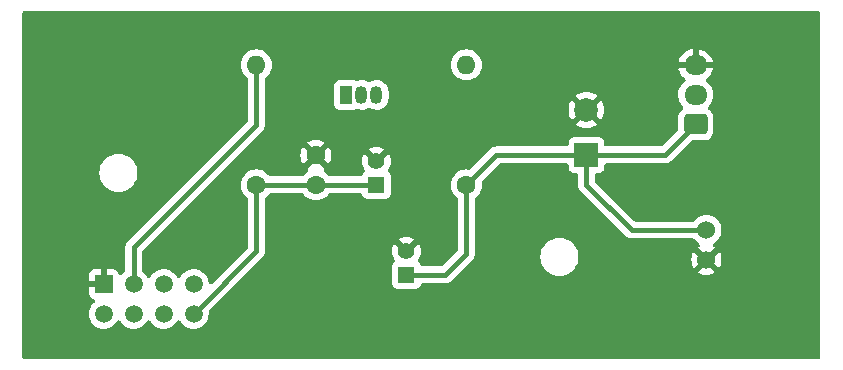
<source format=gbr>
%TF.GenerationSoftware,KiCad,Pcbnew,6.0.6-3a73a75311~116~ubuntu20.04.1*%
%TF.CreationDate,2022-07-22T14:07:00-05:00*%
%TF.ProjectId,esp_ha_integrator,6573705f-6861-45f6-996e-746567726174,rev?*%
%TF.SameCoordinates,PX6a95280PY6350ce0*%
%TF.FileFunction,Copper,L2,Bot*%
%TF.FilePolarity,Positive*%
%FSLAX46Y46*%
G04 Gerber Fmt 4.6, Leading zero omitted, Abs format (unit mm)*
G04 Created by KiCad (PCBNEW 6.0.6-3a73a75311~116~ubuntu20.04.1) date 2022-07-22 14:07:00*
%MOMM*%
%LPD*%
G01*
G04 APERTURE LIST*
G04 Aperture macros list*
%AMRoundRect*
0 Rectangle with rounded corners*
0 $1 Rounding radius*
0 $2 $3 $4 $5 $6 $7 $8 $9 X,Y pos of 4 corners*
0 Add a 4 corners polygon primitive as box body*
4,1,4,$2,$3,$4,$5,$6,$7,$8,$9,$2,$3,0*
0 Add four circle primitives for the rounded corners*
1,1,$1+$1,$2,$3*
1,1,$1+$1,$4,$5*
1,1,$1+$1,$6,$7*
1,1,$1+$1,$8,$9*
0 Add four rect primitives between the rounded corners*
20,1,$1+$1,$2,$3,$4,$5,0*
20,1,$1+$1,$4,$5,$6,$7,0*
20,1,$1+$1,$6,$7,$8,$9,0*
20,1,$1+$1,$8,$9,$2,$3,0*%
G04 Aperture macros list end*
%TA.AperFunction,ComponentPad*%
%ADD10R,1.500000X1.500000*%
%TD*%
%TA.AperFunction,ComponentPad*%
%ADD11C,1.500000*%
%TD*%
%TA.AperFunction,ComponentPad*%
%ADD12RoundRect,0.250000X0.725000X-0.600000X0.725000X0.600000X-0.725000X0.600000X-0.725000X-0.600000X0*%
%TD*%
%TA.AperFunction,ComponentPad*%
%ADD13O,1.950000X1.700000*%
%TD*%
%TA.AperFunction,ComponentPad*%
%ADD14C,1.524000*%
%TD*%
%TA.AperFunction,ComponentPad*%
%ADD15R,1.050000X1.500000*%
%TD*%
%TA.AperFunction,ComponentPad*%
%ADD16O,1.050000X1.500000*%
%TD*%
%TA.AperFunction,ComponentPad*%
%ADD17C,1.600000*%
%TD*%
%TA.AperFunction,ComponentPad*%
%ADD18O,1.600000X1.600000*%
%TD*%
%TA.AperFunction,ComponentPad*%
%ADD19R,1.400000X1.400000*%
%TD*%
%TA.AperFunction,ComponentPad*%
%ADD20C,1.400000*%
%TD*%
%TA.AperFunction,ComponentPad*%
%ADD21R,2.000000X2.000000*%
%TD*%
%TA.AperFunction,ComponentPad*%
%ADD22C,2.000000*%
%TD*%
%TA.AperFunction,Conductor*%
%ADD23C,0.400000*%
%TD*%
G04 APERTURE END LIST*
D10*
%TO.P,U1,1,GND*%
%TO.N,GND*%
X7395000Y6840000D03*
D11*
%TO.P,U1,2,IO2*%
%TO.N,DataLow*%
X9935000Y6840000D03*
%TO.P,U1,3,IO0*%
%TO.N,unconnected-(U1-Pad3)*%
X12475000Y6840000D03*
%TO.P,U1,4,RXD*%
%TO.N,unconnected-(U1-Pad4)*%
X15015000Y6840000D03*
%TO.P,U1,5,TXD*%
%TO.N,unconnected-(U1-Pad5)*%
X7395000Y4300000D03*
%TO.P,U1,6,EN*%
%TO.N,unconnected-(U1-Pad6)*%
X9935000Y4300000D03*
%TO.P,U1,7,~{RST}*%
%TO.N,unconnected-(U1-Pad7)*%
X12475000Y4300000D03*
%TO.P,U1,8,VCC*%
%TO.N,+3V3*%
X15015000Y4300000D03*
%TD*%
D12*
%TO.P,J2,1,Pin_1*%
%TO.N,+5V*%
X57510000Y20360000D03*
D13*
%TO.P,J2,2,Pin_2*%
%TO.N,DataHigh*%
X57510000Y22860000D03*
%TO.P,J2,3,Pin_3*%
%TO.N,GND*%
X57510000Y25360000D03*
%TD*%
D14*
%TO.P,J1,1,Pin_1*%
%TO.N,GND*%
X58420000Y8900000D03*
%TO.P,J1,2,Pin_2*%
%TO.N,+5V*%
X58420000Y11420000D03*
%TD*%
D15*
%TO.P,Q1,1,S*%
%TO.N,DataLow*%
X27940000Y22860000D03*
D16*
%TO.P,Q1,2,G*%
%TO.N,+3V3*%
X29210000Y22860000D03*
%TO.P,Q1,3,D*%
%TO.N,DataHigh*%
X30480000Y22860000D03*
%TD*%
D17*
%TO.P,R2,1*%
%TO.N,+5V*%
X38100000Y15240000D03*
D18*
%TO.P,R2,2*%
%TO.N,DataHigh*%
X38100000Y25400000D03*
%TD*%
D19*
%TO.P,C3,1*%
%TO.N,+5V*%
X33020000Y7620000D03*
D20*
%TO.P,C3,2*%
%TO.N,GND*%
X33020000Y9620000D03*
%TD*%
D17*
%TO.P,C1,1*%
%TO.N,+3V3*%
X25360000Y15240000D03*
%TO.P,C1,2*%
%TO.N,GND*%
X25360000Y17740000D03*
%TD*%
D19*
%TO.P,C2,1*%
%TO.N,+3V3*%
X30480000Y15240000D03*
D20*
%TO.P,C2,2*%
%TO.N,GND*%
X30480000Y17240000D03*
%TD*%
D21*
%TO.P,C4,1*%
%TO.N,+5V*%
X48260000Y17780000D03*
D22*
%TO.P,C4,2*%
%TO.N,GND*%
X48260000Y21580000D03*
%TD*%
D17*
%TO.P,R1,1*%
%TO.N,+3V3*%
X20320000Y15240000D03*
D18*
%TO.P,R1,2*%
%TO.N,DataLow*%
X20320000Y25400000D03*
%TD*%
D23*
%TO.N,+3V3*%
X20320000Y15240000D02*
X25360000Y15240000D01*
X30480000Y15240000D02*
X25360000Y15240000D01*
%TO.N,+5V*%
X48260000Y17780000D02*
X40640000Y17780000D01*
X40640000Y17780000D02*
X38100000Y15240000D01*
X48260000Y17780000D02*
X48260000Y15240000D01*
X48260000Y15240000D02*
X52080000Y11420000D01*
X52080000Y11420000D02*
X58420000Y11420000D01*
%TO.N,+3V3*%
X15015000Y4300000D02*
X20320000Y9605000D01*
X20320000Y9605000D02*
X20320000Y15240000D01*
%TO.N,+5V*%
X38100000Y15240000D02*
X38100000Y9398000D01*
X38100000Y9398000D02*
X36322000Y7620000D01*
X36322000Y7620000D02*
X33020000Y7620000D01*
X57510000Y20360000D02*
X54930000Y17780000D01*
X54930000Y17780000D02*
X48260000Y17780000D01*
%TO.N,DataLow*%
X20320000Y20320000D02*
X9935000Y9935000D01*
X20320000Y25400000D02*
X20320000Y20320000D01*
X9935000Y9935000D02*
X9935000Y6840000D01*
%TD*%
%TA.AperFunction,Conductor*%
%TO.N,GND*%
G36*
X67958843Y29951793D02*
G01*
X68028084Y29896574D01*
X68066511Y29816782D01*
X68071500Y29772500D01*
X68071500Y707500D01*
X68051793Y621157D01*
X67996574Y551916D01*
X67916782Y513489D01*
X67872500Y508500D01*
X707500Y508500D01*
X621157Y528207D01*
X551916Y583426D01*
X513489Y663218D01*
X508500Y707500D01*
X508500Y4300000D01*
X6131693Y4300000D01*
X6150885Y4080629D01*
X6153133Y4072241D01*
X6205631Y3876315D01*
X6205633Y3876309D01*
X6207880Y3867924D01*
X6300944Y3668347D01*
X6427251Y3487962D01*
X6582962Y3332251D01*
X6763346Y3205944D01*
X6962924Y3112880D01*
X6971312Y3110633D01*
X6971313Y3110632D01*
X7021377Y3097217D01*
X7175629Y3055885D01*
X7184274Y3055129D01*
X7184278Y3055128D01*
X7386347Y3037450D01*
X7395000Y3036693D01*
X7403653Y3037450D01*
X7605722Y3055128D01*
X7605726Y3055129D01*
X7614371Y3055885D01*
X7768623Y3097217D01*
X7818687Y3110632D01*
X7818688Y3110633D01*
X7827076Y3112880D01*
X8026654Y3205944D01*
X8207038Y3332251D01*
X8362749Y3487962D01*
X8489056Y3668347D01*
X8492687Y3676134D01*
X8552898Y3741027D01*
X8635339Y3773383D01*
X8723655Y3766765D01*
X8800353Y3722484D01*
X8837307Y3676146D01*
X8840944Y3668347D01*
X8967251Y3487962D01*
X9122962Y3332251D01*
X9303346Y3205944D01*
X9502924Y3112880D01*
X9511312Y3110633D01*
X9511313Y3110632D01*
X9561377Y3097217D01*
X9715629Y3055885D01*
X9724274Y3055129D01*
X9724278Y3055128D01*
X9926347Y3037450D01*
X9935000Y3036693D01*
X9943653Y3037450D01*
X10145722Y3055128D01*
X10145726Y3055129D01*
X10154371Y3055885D01*
X10308623Y3097217D01*
X10358687Y3110632D01*
X10358688Y3110633D01*
X10367076Y3112880D01*
X10566654Y3205944D01*
X10747038Y3332251D01*
X10902749Y3487962D01*
X11029056Y3668347D01*
X11032687Y3676134D01*
X11092898Y3741027D01*
X11175339Y3773383D01*
X11263655Y3766765D01*
X11340353Y3722484D01*
X11377307Y3676146D01*
X11380944Y3668347D01*
X11507251Y3487962D01*
X11662962Y3332251D01*
X11843346Y3205944D01*
X12042924Y3112880D01*
X12051312Y3110633D01*
X12051313Y3110632D01*
X12101377Y3097217D01*
X12255629Y3055885D01*
X12264274Y3055129D01*
X12264278Y3055128D01*
X12466347Y3037450D01*
X12475000Y3036693D01*
X12483653Y3037450D01*
X12685722Y3055128D01*
X12685726Y3055129D01*
X12694371Y3055885D01*
X12848623Y3097217D01*
X12898687Y3110632D01*
X12898688Y3110633D01*
X12907076Y3112880D01*
X13106654Y3205944D01*
X13287038Y3332251D01*
X13442749Y3487962D01*
X13569056Y3668347D01*
X13572687Y3676134D01*
X13632898Y3741027D01*
X13715339Y3773383D01*
X13803655Y3766765D01*
X13880353Y3722484D01*
X13917307Y3676146D01*
X13920944Y3668347D01*
X14047251Y3487962D01*
X14202962Y3332251D01*
X14383346Y3205944D01*
X14582924Y3112880D01*
X14591312Y3110633D01*
X14591313Y3110632D01*
X14641377Y3097217D01*
X14795629Y3055885D01*
X14804274Y3055129D01*
X14804278Y3055128D01*
X15006347Y3037450D01*
X15015000Y3036693D01*
X15023653Y3037450D01*
X15225722Y3055128D01*
X15225726Y3055129D01*
X15234371Y3055885D01*
X15388623Y3097217D01*
X15438687Y3110632D01*
X15438688Y3110633D01*
X15447076Y3112880D01*
X15646654Y3205944D01*
X15827038Y3332251D01*
X15982749Y3487962D01*
X16109056Y3668347D01*
X16202120Y3867924D01*
X16204367Y3876309D01*
X16204369Y3876315D01*
X16256867Y4072241D01*
X16259115Y4080629D01*
X16278307Y4300000D01*
X16265370Y4447872D01*
X16277477Y4535603D01*
X16322899Y4605929D01*
X20798769Y9081799D01*
X20808665Y9091044D01*
X20833517Y9112724D01*
X20850385Y9127439D01*
X20857285Y9137256D01*
X20886028Y9178153D01*
X20892238Y9186515D01*
X20913515Y9213651D01*
X20930476Y9235282D01*
X20935412Y9246215D01*
X20938906Y9251984D01*
X20942090Y9257922D01*
X20948990Y9267739D01*
X20953347Y9278915D01*
X20953350Y9278920D01*
X20971507Y9325490D01*
X20975544Y9335094D01*
X20996107Y9380637D01*
X21001045Y9391573D01*
X21003232Y9403369D01*
X21005245Y9409793D01*
X21006923Y9416329D01*
X21011282Y9427509D01*
X21019373Y9488966D01*
X21021003Y9499254D01*
X21030110Y9548390D01*
X21030110Y9548392D01*
X21032296Y9560186D01*
X21031025Y9582239D01*
X21029346Y9611347D01*
X31808143Y9611347D01*
X31825051Y9418081D01*
X31828056Y9401044D01*
X31878268Y9213651D01*
X31884186Y9197392D01*
X31966176Y9021562D01*
X31974827Y9006578D01*
X32006560Y8961259D01*
X32039942Y8879228D01*
X32034426Y8790836D01*
X31991104Y8713592D01*
X31977608Y8701288D01*
X31968082Y8691762D01*
X31956739Y8683261D01*
X31869385Y8566705D01*
X31818255Y8430316D01*
X31811500Y8368134D01*
X31811500Y6871866D01*
X31812082Y6866511D01*
X31812082Y6866506D01*
X31814119Y6847760D01*
X31818255Y6809684D01*
X31869385Y6673295D01*
X31956739Y6556739D01*
X32073295Y6469385D01*
X32209684Y6418255D01*
X32247760Y6414119D01*
X32266506Y6412082D01*
X32266511Y6412082D01*
X32271866Y6411500D01*
X33768134Y6411500D01*
X33773489Y6412082D01*
X33773494Y6412082D01*
X33792240Y6414119D01*
X33830316Y6418255D01*
X33966705Y6469385D01*
X34083261Y6556739D01*
X34170615Y6673295D01*
X34211500Y6782355D01*
X34260262Y6856285D01*
X34336273Y6901738D01*
X34397837Y6911500D01*
X36290602Y6911500D01*
X36304136Y6911039D01*
X36322414Y6909793D01*
X36359352Y6907275D01*
X36420404Y6917930D01*
X36430710Y6919452D01*
X36492242Y6926898D01*
X36503473Y6931142D01*
X36510036Y6932754D01*
X36516460Y6934694D01*
X36528284Y6936757D01*
X36585048Y6961675D01*
X36594672Y6965602D01*
X36641432Y6983271D01*
X36641438Y6983274D01*
X36652656Y6987513D01*
X36662542Y6994307D01*
X36668516Y6997430D01*
X36674319Y7000862D01*
X36685305Y7005685D01*
X36734479Y7043418D01*
X36742908Y7049542D01*
X36769414Y7067759D01*
X36793981Y7084643D01*
X36834038Y7129602D01*
X36841905Y7137935D01*
X38578769Y8874799D01*
X38588665Y8884044D01*
X38621342Y8912550D01*
X38621343Y8912551D01*
X38630385Y8920439D01*
X38666021Y8971144D01*
X38672224Y8979496D01*
X38703071Y9018836D01*
X38703074Y9018840D01*
X38710477Y9028282D01*
X38715414Y9039216D01*
X38718905Y9044980D01*
X38722092Y9050924D01*
X38728990Y9060739D01*
X38751507Y9118490D01*
X38755543Y9128092D01*
X38762726Y9144000D01*
X44360526Y9144000D01*
X44380391Y8891597D01*
X44382216Y8883996D01*
X44382216Y8883995D01*
X44433131Y8671918D01*
X44439495Y8645409D01*
X44536384Y8411498D01*
X44668672Y8195624D01*
X44673748Y8189681D01*
X44673750Y8189678D01*
X44763910Y8084115D01*
X44833102Y8003102D01*
X44839044Y7998027D01*
X45014932Y7847804D01*
X45025624Y7838672D01*
X45241498Y7706384D01*
X45475409Y7609495D01*
X45483008Y7607671D01*
X45483013Y7607669D01*
X45713995Y7552216D01*
X45721597Y7550391D01*
X45809330Y7543486D01*
X45906909Y7535806D01*
X45906917Y7535806D01*
X45910801Y7535500D01*
X46037199Y7535500D01*
X46041083Y7535806D01*
X46041091Y7535806D01*
X46138670Y7543486D01*
X46226403Y7550391D01*
X46234005Y7552216D01*
X46464987Y7607669D01*
X46464992Y7607671D01*
X46472591Y7609495D01*
X46706502Y7706384D01*
X46922376Y7838672D01*
X46923817Y7839903D01*
X57725110Y7839903D01*
X57735707Y7828763D01*
X57775456Y7800931D01*
X57790452Y7792274D01*
X57976096Y7705706D01*
X57992372Y7699782D01*
X58190233Y7646765D01*
X58207276Y7643760D01*
X58411347Y7625906D01*
X58428653Y7625906D01*
X58632724Y7643760D01*
X58649767Y7646765D01*
X58847628Y7699782D01*
X58863904Y7705706D01*
X59049548Y7792274D01*
X59064544Y7800931D01*
X59102238Y7827325D01*
X59115026Y7841456D01*
X59106524Y7854266D01*
X58435855Y8524935D01*
X58419380Y8535287D01*
X58411869Y8532659D01*
X57735250Y7856040D01*
X57725110Y7839903D01*
X46923817Y7839903D01*
X46933069Y7847804D01*
X47108956Y7998027D01*
X47114898Y8003102D01*
X47184090Y8084115D01*
X47274250Y8189678D01*
X47274252Y8189681D01*
X47279328Y8195624D01*
X47411616Y8411498D01*
X47508505Y8645409D01*
X47514870Y8671918D01*
X47565784Y8883995D01*
X47565784Y8883996D01*
X47567549Y8891347D01*
X57145906Y8891347D01*
X57163760Y8687276D01*
X57166765Y8670233D01*
X57219784Y8472363D01*
X57225701Y8456106D01*
X57312278Y8270444D01*
X57320926Y8255464D01*
X57347325Y8217761D01*
X57361455Y8204975D01*
X57374269Y8213479D01*
X58044935Y8884145D01*
X58054508Y8899380D01*
X58784713Y8899380D01*
X58787341Y8891869D01*
X59463960Y8215250D01*
X59480097Y8205110D01*
X59491236Y8215706D01*
X59519074Y8255464D01*
X59527722Y8270444D01*
X59614299Y8456106D01*
X59620216Y8472363D01*
X59673235Y8670233D01*
X59676240Y8687276D01*
X59694094Y8891347D01*
X59694094Y8908653D01*
X59676240Y9112724D01*
X59673235Y9129767D01*
X59620216Y9327637D01*
X59614299Y9343894D01*
X59527722Y9529556D01*
X59519074Y9544536D01*
X59492675Y9582239D01*
X59478545Y9595025D01*
X59465731Y9586521D01*
X58795065Y8915855D01*
X58784713Y8899380D01*
X58054508Y8899380D01*
X58055287Y8900620D01*
X58052659Y8908131D01*
X57376040Y9584750D01*
X57359903Y9594890D01*
X57348764Y9584294D01*
X57320926Y9544536D01*
X57312278Y9529556D01*
X57225701Y9343894D01*
X57219784Y9327637D01*
X57166765Y9129767D01*
X57163760Y9112724D01*
X57145906Y8908653D01*
X57145906Y8891347D01*
X47567549Y8891347D01*
X47567609Y8891597D01*
X47587474Y9144000D01*
X47567609Y9396403D01*
X47564339Y9410023D01*
X47510331Y9634987D01*
X47510329Y9634992D01*
X47508505Y9642591D01*
X47411616Y9876502D01*
X47279328Y10092376D01*
X47222116Y10159363D01*
X47119973Y10278956D01*
X47114898Y10284898D01*
X46976919Y10402744D01*
X46928322Y10444250D01*
X46928319Y10444252D01*
X46922376Y10449328D01*
X46706502Y10581616D01*
X46472591Y10678505D01*
X46464992Y10680329D01*
X46464987Y10680331D01*
X46234005Y10735784D01*
X46234004Y10735784D01*
X46226403Y10737609D01*
X46138670Y10744514D01*
X46041091Y10752194D01*
X46041083Y10752194D01*
X46037199Y10752500D01*
X45910801Y10752500D01*
X45906917Y10752194D01*
X45906909Y10752194D01*
X45809330Y10744514D01*
X45721597Y10737609D01*
X45713996Y10735784D01*
X45713995Y10735784D01*
X45483013Y10680331D01*
X45483008Y10680329D01*
X45475409Y10678505D01*
X45241498Y10581616D01*
X45025624Y10449328D01*
X45019681Y10444252D01*
X45019678Y10444250D01*
X44971081Y10402744D01*
X44833102Y10284898D01*
X44828027Y10278956D01*
X44725885Y10159363D01*
X44668672Y10092376D01*
X44536384Y9876502D01*
X44439495Y9642591D01*
X44437671Y9634992D01*
X44437669Y9634987D01*
X44383661Y9410023D01*
X44380391Y9396403D01*
X44360526Y9144000D01*
X38762726Y9144000D01*
X38781045Y9184573D01*
X38783231Y9196366D01*
X38785245Y9202792D01*
X38786924Y9209331D01*
X38791282Y9220509D01*
X38792847Y9232395D01*
X38792848Y9232400D01*
X38798464Y9275065D01*
X38799372Y9281964D01*
X38801002Y9292250D01*
X38810110Y9341391D01*
X38810110Y9341394D01*
X38812296Y9353187D01*
X38810714Y9380637D01*
X38808830Y9413300D01*
X38808500Y9424755D01*
X38808500Y14035121D01*
X38828207Y14121464D01*
X38883426Y14190705D01*
X38893358Y14198132D01*
X38900848Y14203377D01*
X38944300Y14233802D01*
X39106198Y14395700D01*
X39237523Y14583251D01*
X39334284Y14790757D01*
X39369067Y14920568D01*
X39391295Y15003522D01*
X39391296Y15003526D01*
X39393543Y15011913D01*
X39413498Y15240000D01*
X39396523Y15434025D01*
X39408630Y15521756D01*
X39454052Y15592082D01*
X40875185Y17013214D01*
X40950174Y17060333D01*
X41015899Y17071500D01*
X46552500Y17071500D01*
X46638843Y17051793D01*
X46708084Y16996574D01*
X46746511Y16916782D01*
X46751500Y16872500D01*
X46751500Y16731866D01*
X46758255Y16669684D01*
X46809385Y16533295D01*
X46896739Y16416739D01*
X47013295Y16329385D01*
X47149684Y16278255D01*
X47187760Y16274119D01*
X47206506Y16272082D01*
X47206511Y16272082D01*
X47211866Y16271500D01*
X47352500Y16271500D01*
X47438843Y16251793D01*
X47508084Y16196574D01*
X47546511Y16116782D01*
X47551500Y16072500D01*
X47551500Y15271398D01*
X47551039Y15257864D01*
X47547275Y15202648D01*
X47549337Y15190834D01*
X47557930Y15141597D01*
X47559452Y15131290D01*
X47566898Y15069758D01*
X47571142Y15058527D01*
X47572754Y15051964D01*
X47574694Y15045540D01*
X47576757Y15033716D01*
X47601675Y14976952D01*
X47605602Y14967328D01*
X47623271Y14920568D01*
X47623274Y14920562D01*
X47627513Y14909344D01*
X47634307Y14899458D01*
X47637430Y14893484D01*
X47640862Y14887681D01*
X47645685Y14876695D01*
X47652988Y14867178D01*
X47683418Y14827521D01*
X47689542Y14819092D01*
X47724643Y14768019D01*
X47733601Y14760038D01*
X47769602Y14727962D01*
X47777935Y14720095D01*
X51556799Y10941231D01*
X51566044Y10931335D01*
X51602439Y10889615D01*
X51653144Y10853979D01*
X51661496Y10847776D01*
X51700836Y10816929D01*
X51700840Y10816926D01*
X51710282Y10809523D01*
X51721216Y10804586D01*
X51726980Y10801095D01*
X51732924Y10797908D01*
X51742739Y10791010D01*
X51753914Y10786653D01*
X51753916Y10786652D01*
X51800489Y10768494D01*
X51810091Y10764458D01*
X51866573Y10738955D01*
X51878366Y10736769D01*
X51884792Y10734755D01*
X51891331Y10733076D01*
X51902509Y10728718D01*
X51914395Y10727153D01*
X51914400Y10727152D01*
X51948989Y10722599D01*
X51963964Y10720628D01*
X51974250Y10718998D01*
X52023391Y10709890D01*
X52023394Y10709890D01*
X52035187Y10707704D01*
X52047157Y10708394D01*
X52047160Y10708394D01*
X52095294Y10711170D01*
X52106750Y10711500D01*
X57261510Y10711500D01*
X57347853Y10691793D01*
X57417094Y10636574D01*
X57424520Y10626643D01*
X57429562Y10619443D01*
X57443023Y10600219D01*
X57600219Y10443023D01*
X57716150Y10361847D01*
X57772049Y10322706D01*
X57831473Y10257039D01*
X57856521Y10172091D01*
X57842230Y10084688D01*
X57791432Y10012141D01*
X57772048Y9996683D01*
X57737763Y9972676D01*
X57724975Y9958545D01*
X57733479Y9945731D01*
X58404145Y9275065D01*
X58420620Y9264713D01*
X58428131Y9267341D01*
X59104750Y9943960D01*
X59114890Y9960097D01*
X59104292Y9971238D01*
X59067951Y9996684D01*
X59008527Y10062351D01*
X58983479Y10147299D01*
X58997770Y10234701D01*
X59048568Y10307248D01*
X59067951Y10322706D01*
X59123850Y10361847D01*
X59239781Y10443023D01*
X59396977Y10600219D01*
X59510069Y10761732D01*
X59519502Y10775203D01*
X59519503Y10775204D01*
X59524488Y10782324D01*
X59618440Y10983804D01*
X59675978Y11198537D01*
X59695353Y11420000D01*
X59675978Y11641463D01*
X59618440Y11856196D01*
X59524488Y12057676D01*
X59396977Y12239781D01*
X59239781Y12396977D01*
X59057677Y12524488D01*
X58856196Y12618440D01*
X58847799Y12620690D01*
X58649854Y12673730D01*
X58649850Y12673731D01*
X58641463Y12675978D01*
X58632814Y12676735D01*
X58632812Y12676735D01*
X58428653Y12694596D01*
X58420000Y12695353D01*
X58411347Y12694596D01*
X58207188Y12676735D01*
X58207186Y12676735D01*
X58198537Y12675978D01*
X58190150Y12673731D01*
X58190146Y12673730D01*
X57992201Y12620690D01*
X57983804Y12618440D01*
X57782324Y12524488D01*
X57600219Y12396977D01*
X57443023Y12239781D01*
X57438037Y12232661D01*
X57438035Y12232658D01*
X57424520Y12213357D01*
X57358852Y12153933D01*
X57273904Y12128886D01*
X57261510Y12128500D01*
X52455898Y12128500D01*
X52369555Y12148207D01*
X52315184Y12186786D01*
X49026786Y15475184D01*
X48979667Y15550172D01*
X48968500Y15615898D01*
X48968500Y16072500D01*
X48988207Y16158843D01*
X49043426Y16228084D01*
X49123218Y16266511D01*
X49167500Y16271500D01*
X49308134Y16271500D01*
X49313489Y16272082D01*
X49313494Y16272082D01*
X49332240Y16274119D01*
X49370316Y16278255D01*
X49506705Y16329385D01*
X49623261Y16416739D01*
X49710615Y16533295D01*
X49761745Y16669684D01*
X49768500Y16731866D01*
X49768500Y16872500D01*
X49788207Y16958843D01*
X49843426Y17028084D01*
X49923218Y17066511D01*
X49967500Y17071500D01*
X54898602Y17071500D01*
X54912136Y17071039D01*
X54930414Y17069793D01*
X54967352Y17067275D01*
X55028404Y17077930D01*
X55038710Y17079452D01*
X55100242Y17086898D01*
X55111473Y17091142D01*
X55118036Y17092754D01*
X55124460Y17094694D01*
X55136284Y17096757D01*
X55193048Y17121675D01*
X55202672Y17125602D01*
X55249432Y17143271D01*
X55249438Y17143274D01*
X55260656Y17147513D01*
X55270542Y17154307D01*
X55276516Y17157430D01*
X55282319Y17160862D01*
X55293305Y17165685D01*
X55342479Y17203418D01*
X55350908Y17209542D01*
X55359632Y17215538D01*
X55401981Y17244643D01*
X55442038Y17289602D01*
X55449905Y17297935D01*
X57095184Y18943214D01*
X57170172Y18990333D01*
X57235898Y19001500D01*
X58285400Y19001500D01*
X58338133Y19006971D01*
X58380336Y19011350D01*
X58380339Y19011351D01*
X58391166Y19012474D01*
X58467829Y19038051D01*
X58547977Y19064790D01*
X58547980Y19064792D01*
X58558946Y19068450D01*
X58709348Y19161522D01*
X58834305Y19286697D01*
X58927115Y19437262D01*
X58982797Y19605139D01*
X58993500Y19709600D01*
X58993500Y21010400D01*
X58982526Y21116166D01*
X58926550Y21283946D01*
X58833478Y21434348D01*
X58708303Y21559305D01*
X58643207Y21599431D01*
X58580048Y21661515D01*
X58550080Y21744854D01*
X58559239Y21832942D01*
X58610270Y21912823D01*
X58650033Y21950755D01*
X58656135Y21956576D01*
X58688208Y21999684D01*
X58788721Y22134777D01*
X58788723Y22134780D01*
X58793754Y22141542D01*
X58898240Y22347051D01*
X58966607Y22567227D01*
X58996898Y22795774D01*
X58988249Y23026158D01*
X58940907Y23251791D01*
X58893059Y23372949D01*
X58859321Y23458380D01*
X58859319Y23458384D01*
X58856224Y23466221D01*
X58851852Y23473425D01*
X58851850Y23473430D01*
X58741001Y23656103D01*
X58740998Y23656107D01*
X58736623Y23663317D01*
X58585523Y23837445D01*
X58440509Y23956350D01*
X58386237Y24026334D01*
X58367704Y24112937D01*
X58388583Y24199004D01*
X58444737Y24267489D01*
X58455549Y24275308D01*
X58482019Y24293129D01*
X58495099Y24303645D01*
X58649659Y24451090D01*
X58660793Y24463675D01*
X58788299Y24635050D01*
X58797143Y24649313D01*
X58893959Y24839734D01*
X58900272Y24855282D01*
X58963618Y25059289D01*
X58967223Y25075684D01*
X58968295Y25083774D01*
X58966496Y25103146D01*
X58965425Y25103849D01*
X58953473Y25106000D01*
X56073116Y25106000D01*
X56055265Y25101926D01*
X56055115Y25084924D01*
X56077843Y24976601D01*
X56082670Y24960513D01*
X56161127Y24761847D01*
X56168600Y24746792D01*
X56279407Y24564189D01*
X56289309Y24550609D01*
X56429305Y24389279D01*
X56441345Y24377571D01*
X56579521Y24264273D01*
X56633794Y24194287D01*
X56652326Y24107685D01*
X56631447Y24021618D01*
X56575293Y23953133D01*
X56564482Y23945315D01*
X56530681Y23922559D01*
X56363865Y23763424D01*
X56358831Y23756658D01*
X56281517Y23652744D01*
X56226246Y23578458D01*
X56121760Y23372949D01*
X56053393Y23152773D01*
X56023102Y22924226D01*
X56031751Y22693842D01*
X56079093Y22468209D01*
X56092488Y22434292D01*
X56129910Y22339534D01*
X56163776Y22253779D01*
X56168148Y22246575D01*
X56168150Y22246570D01*
X56231883Y22141542D01*
X56283377Y22056683D01*
X56288908Y22050309D01*
X56420936Y21898160D01*
X56462641Y21820031D01*
X56466316Y21731544D01*
X56431235Y21650225D01*
X56375352Y21598516D01*
X56372133Y21596524D01*
X56310652Y21558478D01*
X56185695Y21433303D01*
X56179631Y21423465D01*
X56179630Y21423464D01*
X56098951Y21292579D01*
X56092885Y21282738D01*
X56089247Y21271768D01*
X56089245Y21271765D01*
X56069641Y21212659D01*
X56037203Y21114861D01*
X56026500Y21010400D01*
X56026500Y19960898D01*
X56006793Y19874555D01*
X55968214Y19820184D01*
X54694816Y18546786D01*
X54619828Y18499667D01*
X54554102Y18488500D01*
X49967500Y18488500D01*
X49881157Y18508207D01*
X49811916Y18563426D01*
X49773489Y18643218D01*
X49768500Y18687500D01*
X49768500Y18828134D01*
X49767216Y18839959D01*
X49765881Y18852240D01*
X49761745Y18890316D01*
X49710615Y19026705D01*
X49623261Y19143261D01*
X49506705Y19230615D01*
X49370316Y19281745D01*
X49332240Y19285881D01*
X49313494Y19287918D01*
X49313489Y19287918D01*
X49308134Y19288500D01*
X47211866Y19288500D01*
X47206511Y19287918D01*
X47206506Y19287918D01*
X47187760Y19285881D01*
X47149684Y19281745D01*
X47013295Y19230615D01*
X46896739Y19143261D01*
X46809385Y19026705D01*
X46758255Y18890316D01*
X46754119Y18852240D01*
X46752785Y18839959D01*
X46751500Y18828134D01*
X46751500Y18687500D01*
X46731793Y18601157D01*
X46676574Y18531916D01*
X46596782Y18493489D01*
X46552500Y18488500D01*
X40671396Y18488500D01*
X40657862Y18488961D01*
X40602647Y18492725D01*
X40541585Y18482068D01*
X40531305Y18480550D01*
X40517350Y18478861D01*
X40481669Y18474544D01*
X40481664Y18474543D01*
X40469758Y18473102D01*
X40458537Y18468861D01*
X40451997Y18467255D01*
X40445537Y18465305D01*
X40433716Y18463242D01*
X40376937Y18438318D01*
X40367353Y18434407D01*
X40309344Y18412487D01*
X40299453Y18405689D01*
X40293487Y18402570D01*
X40287686Y18399140D01*
X40276695Y18394315D01*
X40267176Y18387010D01*
X40267175Y18387010D01*
X40227521Y18356582D01*
X40219092Y18350458D01*
X40168019Y18315357D01*
X40160038Y18306399D01*
X40127962Y18270398D01*
X40120095Y18262065D01*
X38452082Y16594052D01*
X38377094Y16546933D01*
X38294025Y16536523D01*
X38100000Y16553498D01*
X38091347Y16552741D01*
X37880565Y16534300D01*
X37880564Y16534300D01*
X37871913Y16533543D01*
X37863526Y16531296D01*
X37863522Y16531295D01*
X37664636Y16478003D01*
X37650757Y16474284D01*
X37443251Y16377523D01*
X37255700Y16246198D01*
X37093802Y16084300D01*
X36962477Y15896749D01*
X36865716Y15689243D01*
X36863466Y15680846D01*
X36819517Y15516826D01*
X36806457Y15468087D01*
X36786502Y15240000D01*
X36806457Y15011913D01*
X36808704Y15003526D01*
X36808705Y15003522D01*
X36830933Y14920568D01*
X36865716Y14790757D01*
X36962477Y14583251D01*
X37093802Y14395700D01*
X37255700Y14233802D01*
X37299152Y14203377D01*
X37306642Y14198132D01*
X37366066Y14132465D01*
X37391114Y14047517D01*
X37391500Y14035121D01*
X37391500Y9773898D01*
X37371793Y9687555D01*
X37333214Y9633184D01*
X36086816Y8386786D01*
X36011828Y8339667D01*
X35946102Y8328500D01*
X34397837Y8328500D01*
X34311494Y8348207D01*
X34242253Y8403426D01*
X34211500Y8457645D01*
X34182393Y8535287D01*
X34170615Y8566705D01*
X34083261Y8683261D01*
X34071918Y8691762D01*
X34061892Y8701788D01*
X34063741Y8703637D01*
X34019829Y8755432D01*
X33997540Y8841145D01*
X34014647Y8928040D01*
X34033440Y8961259D01*
X34065173Y9006578D01*
X34073824Y9021562D01*
X34155814Y9197392D01*
X34161732Y9213651D01*
X34211944Y9401044D01*
X34214949Y9418081D01*
X34231857Y9611347D01*
X34231857Y9628653D01*
X34214949Y9821919D01*
X34211944Y9838956D01*
X34161732Y10026349D01*
X34155814Y10042608D01*
X34073824Y10218438D01*
X34065174Y10233421D01*
X34048157Y10257723D01*
X34034028Y10270509D01*
X34021217Y10262007D01*
X33160714Y9401504D01*
X33085726Y9354385D01*
X32997719Y9344469D01*
X32914126Y9373720D01*
X32879286Y9401504D01*
X32020557Y10260233D01*
X32004419Y10270373D01*
X31993280Y10259776D01*
X31974826Y10233421D01*
X31966176Y10218438D01*
X31884186Y10042608D01*
X31878268Y10026349D01*
X31828056Y9838956D01*
X31825051Y9821919D01*
X31808143Y9628653D01*
X31808143Y9611347D01*
X21029346Y9611347D01*
X21028830Y9620293D01*
X21028500Y9631749D01*
X21028500Y10634028D01*
X32369491Y10634028D01*
X32377993Y10621217D01*
X33004145Y9995065D01*
X33020620Y9984713D01*
X33028131Y9987341D01*
X33660233Y10619443D01*
X33670373Y10635581D01*
X33659776Y10646720D01*
X33633421Y10665174D01*
X33618438Y10673824D01*
X33442608Y10755814D01*
X33426349Y10761732D01*
X33238956Y10811944D01*
X33221919Y10814949D01*
X33028653Y10831857D01*
X33011347Y10831857D01*
X32818081Y10814949D01*
X32801044Y10811944D01*
X32613651Y10761732D01*
X32597392Y10755814D01*
X32421562Y10673824D01*
X32406579Y10665174D01*
X32382277Y10648157D01*
X32369491Y10634028D01*
X21028500Y10634028D01*
X21028500Y14035121D01*
X21048207Y14121464D01*
X21103426Y14190705D01*
X21113358Y14198132D01*
X21120848Y14203377D01*
X21164300Y14233802D01*
X21326198Y14395700D01*
X21356623Y14439152D01*
X21361868Y14446642D01*
X21427535Y14506066D01*
X21512483Y14531114D01*
X21524879Y14531500D01*
X24155121Y14531500D01*
X24241464Y14511793D01*
X24310705Y14456574D01*
X24318132Y14446642D01*
X24323377Y14439152D01*
X24353802Y14395700D01*
X24515700Y14233802D01*
X24703251Y14102477D01*
X24910757Y14005716D01*
X24919154Y14003466D01*
X25123522Y13948705D01*
X25123526Y13948704D01*
X25131913Y13946457D01*
X25140564Y13945700D01*
X25140565Y13945700D01*
X25351347Y13927259D01*
X25360000Y13926502D01*
X25368653Y13927259D01*
X25579435Y13945700D01*
X25579436Y13945700D01*
X25588087Y13946457D01*
X25596474Y13948704D01*
X25596478Y13948705D01*
X25800846Y14003466D01*
X25809243Y14005716D01*
X26016749Y14102477D01*
X26204300Y14233802D01*
X26366198Y14395700D01*
X26396623Y14439152D01*
X26401868Y14446642D01*
X26467535Y14506066D01*
X26552483Y14531114D01*
X26564879Y14531500D01*
X29102163Y14531500D01*
X29188506Y14511793D01*
X29257747Y14456574D01*
X29288500Y14402355D01*
X29329385Y14293295D01*
X29416739Y14176739D01*
X29533295Y14089385D01*
X29669684Y14038255D01*
X29707760Y14034119D01*
X29726506Y14032082D01*
X29726511Y14032082D01*
X29731866Y14031500D01*
X31228134Y14031500D01*
X31233489Y14032082D01*
X31233494Y14032082D01*
X31252240Y14034119D01*
X31290316Y14038255D01*
X31426705Y14089385D01*
X31543261Y14176739D01*
X31630615Y14293295D01*
X31681745Y14429684D01*
X31688500Y14491866D01*
X31688500Y15988134D01*
X31686808Y16003715D01*
X31683092Y16037913D01*
X31681745Y16050316D01*
X31630615Y16186705D01*
X31543261Y16303261D01*
X31531918Y16311762D01*
X31521892Y16321788D01*
X31523741Y16323637D01*
X31479829Y16375432D01*
X31457540Y16461145D01*
X31474647Y16548040D01*
X31493440Y16581259D01*
X31525173Y16626578D01*
X31533824Y16641562D01*
X31615814Y16817392D01*
X31621732Y16833651D01*
X31671944Y17021044D01*
X31674949Y17038081D01*
X31691857Y17231347D01*
X31691857Y17248653D01*
X31674949Y17441919D01*
X31671944Y17458956D01*
X31621732Y17646349D01*
X31615814Y17662608D01*
X31533824Y17838438D01*
X31525174Y17853421D01*
X31508157Y17877723D01*
X31494028Y17890509D01*
X31481217Y17882007D01*
X30620714Y17021504D01*
X30545726Y16974385D01*
X30457719Y16964469D01*
X30374126Y16993720D01*
X30339286Y17021504D01*
X29480557Y17880233D01*
X29464419Y17890373D01*
X29453280Y17879776D01*
X29434826Y17853421D01*
X29426176Y17838438D01*
X29344186Y17662608D01*
X29338268Y17646349D01*
X29288056Y17458956D01*
X29285051Y17441919D01*
X29268143Y17248653D01*
X29268143Y17231347D01*
X29285051Y17038081D01*
X29288056Y17021044D01*
X29338268Y16833651D01*
X29344186Y16817392D01*
X29426176Y16641562D01*
X29434827Y16626578D01*
X29466560Y16581259D01*
X29499942Y16499228D01*
X29494426Y16410836D01*
X29451104Y16333592D01*
X29437608Y16321288D01*
X29428082Y16311762D01*
X29416739Y16303261D01*
X29329385Y16186705D01*
X29318940Y16158843D01*
X29288500Y16077645D01*
X29239738Y16003715D01*
X29163727Y15958262D01*
X29102163Y15948500D01*
X26564879Y15948500D01*
X26478536Y15968207D01*
X26409295Y16023426D01*
X26401868Y16033358D01*
X26371183Y16077180D01*
X26366198Y16084300D01*
X26204300Y16246198D01*
X26088349Y16327388D01*
X26028925Y16393055D01*
X26003877Y16478003D01*
X26018168Y16565406D01*
X26054938Y16623925D01*
X26082310Y16654172D01*
X26073807Y16666983D01*
X25375855Y17364935D01*
X25359380Y17375287D01*
X25351869Y17372659D01*
X24647966Y16668756D01*
X24637826Y16652618D01*
X24661674Y16627550D01*
X24706907Y16551410D01*
X24714626Y16463184D01*
X24683299Y16380346D01*
X24631636Y16327378D01*
X24522820Y16251184D01*
X24522819Y16251183D01*
X24515700Y16246198D01*
X24353802Y16084300D01*
X24348817Y16077180D01*
X24318132Y16033358D01*
X24252465Y15973934D01*
X24167517Y15948886D01*
X24155121Y15948500D01*
X21524879Y15948500D01*
X21438536Y15968207D01*
X21369295Y16023426D01*
X21361868Y16033358D01*
X21331183Y16077180D01*
X21326198Y16084300D01*
X21164300Y16246198D01*
X20976749Y16377523D01*
X20769243Y16474284D01*
X20755364Y16478003D01*
X20556478Y16531295D01*
X20556474Y16531296D01*
X20548087Y16533543D01*
X20539436Y16534300D01*
X20539435Y16534300D01*
X20328653Y16552741D01*
X20320000Y16553498D01*
X20311347Y16552741D01*
X20100565Y16534300D01*
X20100564Y16534300D01*
X20091913Y16533543D01*
X20083526Y16531296D01*
X20083522Y16531295D01*
X19884636Y16478003D01*
X19870757Y16474284D01*
X19663251Y16377523D01*
X19475700Y16246198D01*
X19313802Y16084300D01*
X19182477Y15896749D01*
X19085716Y15689243D01*
X19083466Y15680846D01*
X19039517Y15516826D01*
X19026457Y15468087D01*
X19006502Y15240000D01*
X19026457Y15011913D01*
X19028704Y15003526D01*
X19028705Y15003522D01*
X19050933Y14920568D01*
X19085716Y14790757D01*
X19182477Y14583251D01*
X19313802Y14395700D01*
X19475700Y14233802D01*
X19519152Y14203377D01*
X19526642Y14198132D01*
X19586066Y14132465D01*
X19611114Y14047517D01*
X19611500Y14035121D01*
X19611500Y9980898D01*
X19591793Y9894555D01*
X19553214Y9840184D01*
X16602172Y6889142D01*
X16527184Y6842023D01*
X16439177Y6832107D01*
X16355584Y6861358D01*
X16292960Y6923982D01*
X16263215Y7012510D01*
X16262091Y7025356D01*
X16259115Y7059371D01*
X16235705Y7146737D01*
X16204369Y7263685D01*
X16204367Y7263691D01*
X16202120Y7272076D01*
X16109056Y7471653D01*
X15982749Y7652038D01*
X15827038Y7807749D01*
X15646654Y7934056D01*
X15447076Y8027120D01*
X15438688Y8029367D01*
X15438687Y8029368D01*
X15379799Y8045147D01*
X15234371Y8084115D01*
X15225726Y8084871D01*
X15225722Y8084872D01*
X15023653Y8102550D01*
X15015000Y8103307D01*
X15006347Y8102550D01*
X14804278Y8084872D01*
X14804274Y8084871D01*
X14795629Y8084115D01*
X14708263Y8060705D01*
X14591315Y8029369D01*
X14591309Y8029367D01*
X14582924Y8027120D01*
X14383347Y7934056D01*
X14202962Y7807749D01*
X14047251Y7652038D01*
X13920944Y7471653D01*
X13917313Y7463866D01*
X13857102Y7398973D01*
X13774661Y7366617D01*
X13686345Y7373235D01*
X13609647Y7417516D01*
X13572693Y7463854D01*
X13569056Y7471653D01*
X13442749Y7652038D01*
X13287038Y7807749D01*
X13106654Y7934056D01*
X12907076Y8027120D01*
X12898688Y8029367D01*
X12898687Y8029368D01*
X12839799Y8045147D01*
X12694371Y8084115D01*
X12685726Y8084871D01*
X12685722Y8084872D01*
X12483653Y8102550D01*
X12475000Y8103307D01*
X12466347Y8102550D01*
X12264278Y8084872D01*
X12264274Y8084871D01*
X12255629Y8084115D01*
X12168263Y8060705D01*
X12051315Y8029369D01*
X12051309Y8029367D01*
X12042924Y8027120D01*
X11843347Y7934056D01*
X11662962Y7807749D01*
X11507251Y7652038D01*
X11380944Y7471653D01*
X11377313Y7463866D01*
X11317102Y7398973D01*
X11234661Y7366617D01*
X11146345Y7373235D01*
X11069647Y7417516D01*
X11032693Y7463854D01*
X11029056Y7471653D01*
X10902749Y7652038D01*
X10747038Y7807749D01*
X10739162Y7813264D01*
X10728356Y7820831D01*
X10668932Y7886500D01*
X10643886Y7971448D01*
X10643500Y7983841D01*
X10643500Y9559102D01*
X10663207Y9645445D01*
X10701786Y9699816D01*
X18733317Y17731347D01*
X24047761Y17731347D01*
X24066194Y17520652D01*
X24069199Y17503610D01*
X24123937Y17299326D01*
X24129861Y17283050D01*
X24219238Y17091382D01*
X24227898Y17076381D01*
X24260041Y17030476D01*
X24274171Y17017690D01*
X24286983Y17026193D01*
X24984935Y17724145D01*
X24994508Y17739380D01*
X25724713Y17739380D01*
X25727341Y17731869D01*
X26431244Y17027966D01*
X26447382Y17017826D01*
X26458521Y17028423D01*
X26492102Y17076381D01*
X26500762Y17091382D01*
X26590139Y17283050D01*
X26596063Y17299326D01*
X26650801Y17503610D01*
X26653806Y17520652D01*
X26672239Y17731347D01*
X26672239Y17748653D01*
X26653806Y17959348D01*
X26650801Y17976390D01*
X26596063Y18180674D01*
X26590139Y18196950D01*
X26563523Y18254028D01*
X29829491Y18254028D01*
X29837993Y18241217D01*
X30464145Y17615065D01*
X30480620Y17604713D01*
X30488131Y17607341D01*
X31120233Y18239443D01*
X31130373Y18255581D01*
X31119776Y18266720D01*
X31093421Y18285174D01*
X31078438Y18293824D01*
X30902608Y18375814D01*
X30886349Y18381732D01*
X30698956Y18431944D01*
X30681919Y18434949D01*
X30488653Y18451857D01*
X30471347Y18451857D01*
X30278081Y18434949D01*
X30261044Y18431944D01*
X30073651Y18381732D01*
X30057392Y18375814D01*
X29881562Y18293824D01*
X29866579Y18285174D01*
X29842277Y18268157D01*
X29829491Y18254028D01*
X26563523Y18254028D01*
X26500762Y18388618D01*
X26492102Y18403619D01*
X26459959Y18449524D01*
X26445829Y18462310D01*
X26433017Y18453807D01*
X25735065Y17755855D01*
X25724713Y17739380D01*
X24994508Y17739380D01*
X24995287Y17740620D01*
X24992659Y17748131D01*
X24288756Y18452034D01*
X24272618Y18462174D01*
X24261479Y18451577D01*
X24227898Y18403619D01*
X24219238Y18388618D01*
X24129861Y18196950D01*
X24123937Y18180674D01*
X24069199Y17976390D01*
X24066194Y17959348D01*
X24047761Y17748653D01*
X24047761Y17731347D01*
X18733317Y17731347D01*
X19827799Y18825829D01*
X24637690Y18825829D01*
X24646193Y18813017D01*
X25344145Y18115065D01*
X25360620Y18104713D01*
X25368131Y18107341D01*
X26072034Y18811244D01*
X26082174Y18827382D01*
X26071577Y18838521D01*
X26023619Y18872102D01*
X26008618Y18880762D01*
X25816950Y18970139D01*
X25800674Y18976063D01*
X25596390Y19030801D01*
X25579348Y19033806D01*
X25368653Y19052239D01*
X25351347Y19052239D01*
X25140652Y19033806D01*
X25123610Y19030801D01*
X24919326Y18976063D01*
X24903050Y18970139D01*
X24711382Y18880762D01*
X24696381Y18872102D01*
X24650476Y18839959D01*
X24637690Y18825829D01*
X19827799Y18825829D01*
X20798769Y19796799D01*
X20808665Y19806044D01*
X20841342Y19834550D01*
X20841343Y19834551D01*
X20850385Y19842439D01*
X20886021Y19893144D01*
X20892224Y19901496D01*
X20923071Y19940836D01*
X20923074Y19940840D01*
X20930477Y19950282D01*
X20935414Y19961216D01*
X20938905Y19966980D01*
X20942092Y19972924D01*
X20948990Y19982739D01*
X20971507Y20040490D01*
X20975543Y20050092D01*
X20991461Y20085347D01*
X21001045Y20106573D01*
X21003231Y20118366D01*
X21005245Y20124792D01*
X21006924Y20131331D01*
X21011282Y20142509D01*
X21012847Y20154395D01*
X21012848Y20154400D01*
X21019371Y20203955D01*
X21021002Y20214250D01*
X21030110Y20263391D01*
X21030110Y20263394D01*
X21032296Y20275187D01*
X21028830Y20335294D01*
X21028500Y20346750D01*
X21028500Y20347850D01*
X47392599Y20347850D01*
X47405708Y20334887D01*
X47566602Y20236290D01*
X47580485Y20229216D01*
X47785343Y20144362D01*
X47800155Y20139549D01*
X48015770Y20087784D01*
X48031156Y20085347D01*
X48252211Y20067950D01*
X48267789Y20067950D01*
X48488844Y20085347D01*
X48504230Y20087784D01*
X48719845Y20139549D01*
X48734657Y20144362D01*
X48939515Y20229216D01*
X48953398Y20236290D01*
X49114774Y20335182D01*
X49127358Y20347487D01*
X49117635Y20363155D01*
X48275855Y21204935D01*
X48259380Y21215287D01*
X48251869Y21212659D01*
X47401963Y20362753D01*
X47392599Y20347850D01*
X21028500Y20347850D01*
X21028500Y21572211D01*
X46747950Y21572211D01*
X46765347Y21351156D01*
X46767784Y21335770D01*
X46819549Y21120155D01*
X46824362Y21105343D01*
X46909216Y20900485D01*
X46916290Y20886602D01*
X47015182Y20725226D01*
X47027487Y20712642D01*
X47043155Y20722365D01*
X47884935Y21564145D01*
X47894508Y21579380D01*
X48624713Y21579380D01*
X48627341Y21571869D01*
X49477247Y20721963D01*
X49492150Y20712599D01*
X49505113Y20725708D01*
X49603710Y20886602D01*
X49610784Y20900485D01*
X49695638Y21105343D01*
X49700451Y21120155D01*
X49752216Y21335770D01*
X49754653Y21351156D01*
X49772050Y21572211D01*
X49772050Y21587789D01*
X49754653Y21808844D01*
X49752216Y21824230D01*
X49700451Y22039845D01*
X49695638Y22054657D01*
X49610784Y22259515D01*
X49603710Y22273398D01*
X49504818Y22434774D01*
X49492513Y22447358D01*
X49476845Y22437635D01*
X48635065Y21595855D01*
X48624713Y21579380D01*
X47894508Y21579380D01*
X47895287Y21580620D01*
X47892659Y21588131D01*
X47042753Y22438037D01*
X47027850Y22447401D01*
X47014887Y22434292D01*
X46916290Y22273398D01*
X46909216Y22259515D01*
X46824362Y22054657D01*
X46819549Y22039845D01*
X46767784Y21824230D01*
X46765347Y21808844D01*
X46747950Y21587789D01*
X46747950Y21572211D01*
X21028500Y21572211D01*
X21028500Y22061866D01*
X26906500Y22061866D01*
X26913255Y21999684D01*
X26964385Y21863295D01*
X27051739Y21746739D01*
X27168295Y21659385D01*
X27304684Y21608255D01*
X27342760Y21604119D01*
X27361506Y21602082D01*
X27361511Y21602082D01*
X27366866Y21601500D01*
X28513134Y21601500D01*
X28518489Y21602082D01*
X28518494Y21602082D01*
X28537240Y21604119D01*
X28575316Y21608255D01*
X28711705Y21659385D01*
X28712775Y21656531D01*
X28776243Y21674544D01*
X28845459Y21665914D01*
X29001180Y21617710D01*
X29149870Y21602082D01*
X29193073Y21597541D01*
X29193074Y21597541D01*
X29202750Y21596524D01*
X29404596Y21614894D01*
X29563000Y21661515D01*
X29589686Y21669369D01*
X29589688Y21669370D01*
X29599029Y21672119D01*
X29753757Y21753008D01*
X29839401Y21775544D01*
X29926346Y21758689D01*
X29940593Y21751705D01*
X30077565Y21677644D01*
X30271180Y21617710D01*
X30419870Y21602082D01*
X30463073Y21597541D01*
X30463074Y21597541D01*
X30472750Y21596524D01*
X30674596Y21614894D01*
X30833000Y21661515D01*
X30859686Y21669369D01*
X30859688Y21669370D01*
X30869029Y21672119D01*
X30991943Y21736376D01*
X31040015Y21761507D01*
X31040018Y21761509D01*
X31048645Y21766019D01*
X31206601Y21893019D01*
X31223219Y21912823D01*
X31258664Y21955065D01*
X31336881Y22048281D01*
X31434523Y22225891D01*
X31495807Y22419084D01*
X31498984Y22447401D01*
X31512880Y22571294D01*
X31513500Y22576817D01*
X31513500Y22812513D01*
X47392642Y22812513D01*
X47402365Y22796845D01*
X48244145Y21955065D01*
X48260620Y21944713D01*
X48268131Y21947341D01*
X49118037Y22797247D01*
X49127401Y22812150D01*
X49114292Y22825113D01*
X48953398Y22923710D01*
X48939515Y22930784D01*
X48734657Y23015638D01*
X48719845Y23020451D01*
X48504230Y23072216D01*
X48488844Y23074653D01*
X48267789Y23092050D01*
X48252211Y23092050D01*
X48031156Y23074653D01*
X48015770Y23072216D01*
X47800155Y23020451D01*
X47785343Y23015638D01*
X47580485Y22930784D01*
X47566602Y22923710D01*
X47405226Y22824818D01*
X47392642Y22812513D01*
X31513500Y22812513D01*
X31513500Y23136004D01*
X31498723Y23286713D01*
X31440142Y23480742D01*
X31384589Y23585223D01*
X31349560Y23651104D01*
X31349557Y23651108D01*
X31344990Y23659698D01*
X31216890Y23816763D01*
X31115259Y23900839D01*
X31068218Y23939755D01*
X31068217Y23939756D01*
X31060722Y23945956D01*
X30882435Y24042356D01*
X30688820Y24102290D01*
X30532367Y24118734D01*
X30496927Y24122459D01*
X30496926Y24122459D01*
X30487250Y24123476D01*
X30285404Y24105106D01*
X30151144Y24065591D01*
X30100314Y24050631D01*
X30100312Y24050630D01*
X30090971Y24047881D01*
X29936243Y23966992D01*
X29850599Y23944456D01*
X29763654Y23961311D01*
X29749407Y23968295D01*
X29612435Y24042356D01*
X29418820Y24102290D01*
X29262367Y24118734D01*
X29226927Y24122459D01*
X29226926Y24122459D01*
X29217250Y24123476D01*
X29015404Y24105106D01*
X28895387Y24069783D01*
X28841584Y24053948D01*
X28753190Y24048475D01*
X28712418Y24062518D01*
X28711705Y24060615D01*
X28575316Y24111745D01*
X28537240Y24115881D01*
X28518494Y24117918D01*
X28518489Y24117918D01*
X28513134Y24118500D01*
X27366866Y24118500D01*
X27361511Y24117918D01*
X27361506Y24117918D01*
X27342760Y24115881D01*
X27304684Y24111745D01*
X27168295Y24060615D01*
X27051739Y23973261D01*
X26964385Y23856705D01*
X26913255Y23720316D01*
X26906500Y23658134D01*
X26906500Y22061866D01*
X21028500Y22061866D01*
X21028500Y24195121D01*
X21048207Y24281464D01*
X21103426Y24350705D01*
X21113358Y24358132D01*
X21120848Y24363377D01*
X21164300Y24393802D01*
X21326198Y24555700D01*
X21457523Y24743251D01*
X21554284Y24950757D01*
X21583365Y25059289D01*
X21611295Y25163522D01*
X21611296Y25163526D01*
X21613543Y25171913D01*
X21633498Y25400000D01*
X36786502Y25400000D01*
X36806457Y25171913D01*
X36808704Y25163526D01*
X36808705Y25163522D01*
X36836635Y25059289D01*
X36865716Y24950757D01*
X36962477Y24743251D01*
X37093802Y24555700D01*
X37255700Y24393802D01*
X37306642Y24358132D01*
X37399476Y24293129D01*
X37443251Y24262477D01*
X37650757Y24165716D01*
X37659154Y24163466D01*
X37863522Y24108705D01*
X37863526Y24108704D01*
X37871913Y24106457D01*
X37880564Y24105700D01*
X37880565Y24105700D01*
X38091347Y24087259D01*
X38100000Y24086502D01*
X38108653Y24087259D01*
X38319435Y24105700D01*
X38319436Y24105700D01*
X38328087Y24106457D01*
X38336474Y24108704D01*
X38336478Y24108705D01*
X38540846Y24163466D01*
X38549243Y24165716D01*
X38756749Y24262477D01*
X38800525Y24293129D01*
X38893358Y24358132D01*
X38944300Y24393802D01*
X39106198Y24555700D01*
X39237523Y24743251D01*
X39334284Y24950757D01*
X39363365Y25059289D01*
X39391295Y25163522D01*
X39391296Y25163526D01*
X39393543Y25171913D01*
X39413498Y25400000D01*
X39393543Y25628087D01*
X39391362Y25636226D01*
X56051705Y25636226D01*
X56053504Y25616854D01*
X56054575Y25616151D01*
X56066527Y25614000D01*
X57233577Y25614000D01*
X57252547Y25618330D01*
X57256000Y25625500D01*
X57256000Y25636423D01*
X57764000Y25636423D01*
X57768330Y25617453D01*
X57775500Y25614000D01*
X58946884Y25614000D01*
X58964735Y25618074D01*
X58964885Y25635076D01*
X58942157Y25743399D01*
X58937330Y25759487D01*
X58858873Y25958153D01*
X58851400Y25973208D01*
X58740593Y26155811D01*
X58730691Y26169391D01*
X58590695Y26330721D01*
X58578655Y26342429D01*
X58413477Y26477867D01*
X58399640Y26487377D01*
X58213997Y26593051D01*
X58198755Y26600094D01*
X57997963Y26672978D01*
X57981753Y26677351D01*
X57786065Y26712737D01*
X57767123Y26711874D01*
X57764000Y26696595D01*
X57764000Y25636423D01*
X57256000Y25636423D01*
X57256000Y26689541D01*
X57251670Y26708511D01*
X57248321Y26710124D01*
X57240645Y26710661D01*
X57163759Y26704137D01*
X57147212Y26701309D01*
X56940451Y26647645D01*
X56924608Y26642066D01*
X56729854Y26554335D01*
X56715181Y26546168D01*
X56537982Y26426872D01*
X56524901Y26416355D01*
X56370341Y26268910D01*
X56359207Y26256325D01*
X56231701Y26084950D01*
X56222857Y26070687D01*
X56126041Y25880266D01*
X56119728Y25864718D01*
X56056382Y25660711D01*
X56052777Y25644316D01*
X56051705Y25636226D01*
X39391362Y25636226D01*
X39389195Y25644316D01*
X39336534Y25840846D01*
X39334284Y25849243D01*
X39237523Y26056749D01*
X39227764Y26070687D01*
X39111183Y26237180D01*
X39106198Y26244300D01*
X38944300Y26406198D01*
X38756749Y26537523D01*
X38549243Y26634284D01*
X38540846Y26636534D01*
X38336478Y26691295D01*
X38336474Y26691296D01*
X38328087Y26693543D01*
X38319436Y26694300D01*
X38319435Y26694300D01*
X38108653Y26712741D01*
X38100000Y26713498D01*
X38091347Y26712741D01*
X37880565Y26694300D01*
X37880564Y26694300D01*
X37871913Y26693543D01*
X37863526Y26691296D01*
X37863522Y26691295D01*
X37659154Y26636534D01*
X37650757Y26634284D01*
X37443251Y26537523D01*
X37255700Y26406198D01*
X37093802Y26244300D01*
X37088817Y26237180D01*
X36972237Y26070687D01*
X36962477Y26056749D01*
X36865716Y25849243D01*
X36863466Y25840846D01*
X36810806Y25644316D01*
X36806457Y25628087D01*
X36786502Y25400000D01*
X21633498Y25400000D01*
X21613543Y25628087D01*
X21609195Y25644316D01*
X21556534Y25840846D01*
X21554284Y25849243D01*
X21457523Y26056749D01*
X21447764Y26070687D01*
X21331183Y26237180D01*
X21326198Y26244300D01*
X21164300Y26406198D01*
X20976749Y26537523D01*
X20769243Y26634284D01*
X20760846Y26636534D01*
X20556478Y26691295D01*
X20556474Y26691296D01*
X20548087Y26693543D01*
X20539436Y26694300D01*
X20539435Y26694300D01*
X20328653Y26712741D01*
X20320000Y26713498D01*
X20311347Y26712741D01*
X20100565Y26694300D01*
X20100564Y26694300D01*
X20091913Y26693543D01*
X20083526Y26691296D01*
X20083522Y26691295D01*
X19879154Y26636534D01*
X19870757Y26634284D01*
X19663251Y26537523D01*
X19475700Y26406198D01*
X19313802Y26244300D01*
X19308817Y26237180D01*
X19192237Y26070687D01*
X19182477Y26056749D01*
X19085716Y25849243D01*
X19083466Y25840846D01*
X19030806Y25644316D01*
X19026457Y25628087D01*
X19006502Y25400000D01*
X19026457Y25171913D01*
X19028704Y25163526D01*
X19028705Y25163522D01*
X19056635Y25059289D01*
X19085716Y24950757D01*
X19182477Y24743251D01*
X19313802Y24555700D01*
X19475700Y24393802D01*
X19519152Y24363377D01*
X19526642Y24358132D01*
X19586066Y24292465D01*
X19611114Y24207517D01*
X19611500Y24195121D01*
X19611500Y20695898D01*
X19591793Y20609555D01*
X19553214Y20555184D01*
X9456231Y10458201D01*
X9446335Y10448956D01*
X9439534Y10443023D01*
X9404615Y10412561D01*
X9397717Y10402746D01*
X9397715Y10402744D01*
X9368972Y10361847D01*
X9362762Y10353485D01*
X9324524Y10304718D01*
X9319588Y10293785D01*
X9316094Y10288016D01*
X9312910Y10282078D01*
X9306010Y10272261D01*
X9301653Y10261085D01*
X9301650Y10261080D01*
X9283493Y10214510D01*
X9279456Y10204906D01*
X9264640Y10172091D01*
X9253955Y10148427D01*
X9251768Y10136631D01*
X9249755Y10130207D01*
X9248077Y10123671D01*
X9243718Y10112491D01*
X9242153Y10100602D01*
X9242152Y10100599D01*
X9235628Y10051040D01*
X9233997Y10040746D01*
X9225531Y9995065D01*
X9222704Y9979814D01*
X9223394Y9967844D01*
X9223394Y9967841D01*
X9226170Y9919707D01*
X9226500Y9908251D01*
X9226500Y7983840D01*
X9206793Y7897497D01*
X9151574Y7828256D01*
X9141642Y7820829D01*
X9130082Y7812735D01*
X9130081Y7812734D01*
X9122962Y7807749D01*
X8967251Y7652038D01*
X8965439Y7653850D01*
X8906722Y7609356D01*
X8819918Y7591791D01*
X8734089Y7613628D01*
X8666235Y7670543D01*
X8638505Y7720875D01*
X8600150Y7823185D01*
X8586672Y7847804D01*
X8516405Y7941561D01*
X8496561Y7961405D01*
X8402804Y8031672D01*
X8378191Y8045147D01*
X8266887Y8086873D01*
X8242804Y8092599D01*
X8198449Y8097418D01*
X8187699Y8098000D01*
X7671423Y8098000D01*
X7652453Y8093670D01*
X7649000Y8086500D01*
X7649000Y6785000D01*
X7629293Y6698657D01*
X7574074Y6629416D01*
X7494282Y6590989D01*
X7450000Y6586000D01*
X6159424Y6586000D01*
X6140454Y6581670D01*
X6137001Y6574500D01*
X6137001Y6047304D01*
X6137584Y6036547D01*
X6142400Y5992201D01*
X6148128Y5968110D01*
X6189853Y5856809D01*
X6203328Y5832196D01*
X6273595Y5738439D01*
X6293439Y5718595D01*
X6387196Y5648328D01*
X6411815Y5634850D01*
X6514125Y5596495D01*
X6588056Y5547733D01*
X6633508Y5471723D01*
X6641479Y5383519D01*
X6610390Y5300592D01*
X6581988Y5268723D01*
X6582962Y5267749D01*
X6427251Y5112038D01*
X6300944Y4931653D01*
X6207880Y4732076D01*
X6205633Y4723691D01*
X6205631Y4723685D01*
X6174295Y4606737D01*
X6150885Y4519371D01*
X6150129Y4510726D01*
X6150128Y4510722D01*
X6132450Y4308653D01*
X6131693Y4300000D01*
X508500Y4300000D01*
X508500Y7116423D01*
X6137000Y7116423D01*
X6141330Y7097453D01*
X6148500Y7094000D01*
X7118577Y7094000D01*
X7137547Y7098330D01*
X7141000Y7105500D01*
X7141000Y8075576D01*
X7136670Y8094546D01*
X7129500Y8097999D01*
X6602304Y8097999D01*
X6591547Y8097416D01*
X6547201Y8092600D01*
X6523110Y8086872D01*
X6411809Y8045147D01*
X6387196Y8031672D01*
X6293439Y7961405D01*
X6273595Y7941561D01*
X6203328Y7847804D01*
X6189853Y7823191D01*
X6148127Y7711887D01*
X6142401Y7687804D01*
X6137582Y7643449D01*
X6137000Y7632699D01*
X6137000Y7116423D01*
X508500Y7116423D01*
X508500Y16256000D01*
X7022526Y16256000D01*
X7042391Y16003597D01*
X7044216Y15995996D01*
X7044216Y15995995D01*
X7069935Y15888869D01*
X7101495Y15757409D01*
X7198384Y15523498D01*
X7330672Y15307624D01*
X7335748Y15301681D01*
X7335750Y15301678D01*
X7420330Y15202648D01*
X7495102Y15115102D01*
X7501044Y15110027D01*
X7662437Y14972184D01*
X7687624Y14950672D01*
X7903498Y14818384D01*
X8137409Y14721495D01*
X8145008Y14719671D01*
X8145013Y14719669D01*
X8375995Y14664216D01*
X8383597Y14662391D01*
X8471330Y14655486D01*
X8568909Y14647806D01*
X8568917Y14647806D01*
X8572801Y14647500D01*
X8699199Y14647500D01*
X8703083Y14647806D01*
X8703091Y14647806D01*
X8800670Y14655486D01*
X8888403Y14662391D01*
X8896005Y14664216D01*
X9126987Y14719669D01*
X9126992Y14719671D01*
X9134591Y14721495D01*
X9368502Y14818384D01*
X9584376Y14950672D01*
X9609564Y14972184D01*
X9770956Y15110027D01*
X9776898Y15115102D01*
X9851670Y15202648D01*
X9936250Y15301678D01*
X9936252Y15301681D01*
X9941328Y15307624D01*
X10073616Y15523498D01*
X10170505Y15757409D01*
X10202066Y15888869D01*
X10227784Y15995995D01*
X10227784Y15995996D01*
X10229609Y16003597D01*
X10249474Y16256000D01*
X10229609Y16508403D01*
X10223633Y16533295D01*
X10172331Y16746987D01*
X10172329Y16746992D01*
X10170505Y16754591D01*
X10073616Y16988502D01*
X9941328Y17204376D01*
X9918293Y17231347D01*
X9781973Y17390956D01*
X9776898Y17396898D01*
X9770956Y17401973D01*
X9590322Y17556250D01*
X9590319Y17556252D01*
X9584376Y17561328D01*
X9368502Y17693616D01*
X9134591Y17790505D01*
X9126992Y17792329D01*
X9126987Y17792331D01*
X8896005Y17847784D01*
X8896004Y17847784D01*
X8888403Y17849609D01*
X8800670Y17856514D01*
X8703091Y17864194D01*
X8703083Y17864194D01*
X8699199Y17864500D01*
X8572801Y17864500D01*
X8568917Y17864194D01*
X8568909Y17864194D01*
X8471330Y17856514D01*
X8383597Y17849609D01*
X8375996Y17847784D01*
X8375995Y17847784D01*
X8145013Y17792331D01*
X8145008Y17792329D01*
X8137409Y17790505D01*
X7903498Y17693616D01*
X7687624Y17561328D01*
X7681681Y17556252D01*
X7681678Y17556250D01*
X7501044Y17401973D01*
X7495102Y17396898D01*
X7490027Y17390956D01*
X7353708Y17231347D01*
X7330672Y17204376D01*
X7198384Y16988502D01*
X7101495Y16754591D01*
X7099671Y16746992D01*
X7099669Y16746987D01*
X7048367Y16533295D01*
X7042391Y16508403D01*
X7022526Y16256000D01*
X508500Y16256000D01*
X508500Y29772500D01*
X528207Y29858843D01*
X583426Y29928084D01*
X663218Y29966511D01*
X707500Y29971500D01*
X67872500Y29971500D01*
X67958843Y29951793D01*
G37*
%TD.AperFunction*%
%TD*%
M02*

</source>
